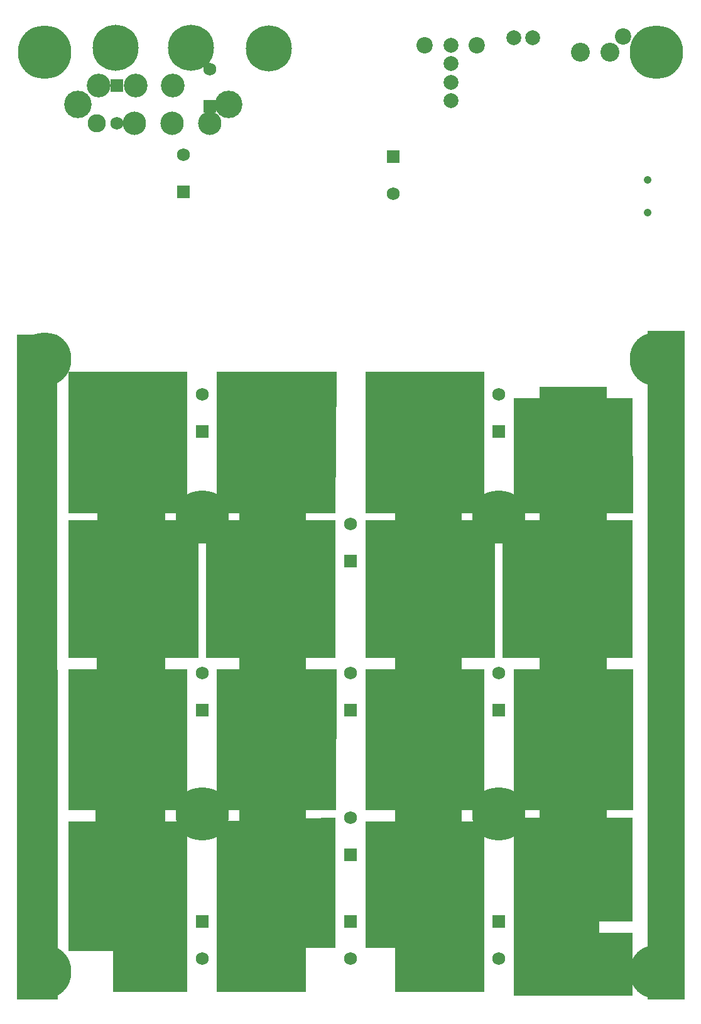
<source format=gbs>
%FSLAX44Y44*%
%MOMM*%
G71*
G01*
G75*
G04 Layer_Color=16711935*
G04:AMPARAMS|DCode=10|XSize=2.7mm|YSize=1.15mm|CornerRadius=0.2013mm|HoleSize=0mm|Usage=FLASHONLY|Rotation=90.000|XOffset=0mm|YOffset=0mm|HoleType=Round|Shape=RoundedRectangle|*
%AMROUNDEDRECTD10*
21,1,2.7000,0.7475,0,0,90.0*
21,1,2.2975,1.1500,0,0,90.0*
1,1,0.4025,0.3738,1.1487*
1,1,0.4025,0.3738,-1.1487*
1,1,0.4025,-0.3738,-1.1487*
1,1,0.4025,-0.3738,1.1487*
%
%ADD10ROUNDEDRECTD10*%
G04:AMPARAMS|DCode=11|XSize=2.7mm|YSize=1.15mm|CornerRadius=0.2013mm|HoleSize=0mm|Usage=FLASHONLY|Rotation=0.000|XOffset=0mm|YOffset=0mm|HoleType=Round|Shape=RoundedRectangle|*
%AMROUNDEDRECTD11*
21,1,2.7000,0.7475,0,0,0.0*
21,1,2.2975,1.1500,0,0,0.0*
1,1,0.4025,1.1487,-0.3738*
1,1,0.4025,-1.1487,-0.3738*
1,1,0.4025,-1.1487,0.3738*
1,1,0.4025,1.1487,0.3738*
%
%ADD11ROUNDEDRECTD11*%
%ADD12O,1.3500X0.5000*%
G04:AMPARAMS|DCode=13|XSize=1mm|YSize=0.9mm|CornerRadius=0.198mm|HoleSize=0mm|Usage=FLASHONLY|Rotation=180.000|XOffset=0mm|YOffset=0mm|HoleType=Round|Shape=RoundedRectangle|*
%AMROUNDEDRECTD13*
21,1,1.0000,0.5040,0,0,180.0*
21,1,0.6040,0.9000,0,0,180.0*
1,1,0.3960,-0.3020,0.2520*
1,1,0.3960,0.3020,0.2520*
1,1,0.3960,0.3020,-0.2520*
1,1,0.3960,-0.3020,-0.2520*
%
%ADD13ROUNDEDRECTD13*%
G04:AMPARAMS|DCode=14|XSize=1.45mm|YSize=1.15mm|CornerRadius=0.2013mm|HoleSize=0mm|Usage=FLASHONLY|Rotation=270.000|XOffset=0mm|YOffset=0mm|HoleType=Round|Shape=RoundedRectangle|*
%AMROUNDEDRECTD14*
21,1,1.4500,0.7475,0,0,270.0*
21,1,1.0475,1.1500,0,0,270.0*
1,1,0.4025,-0.3738,-0.5238*
1,1,0.4025,-0.3738,0.5238*
1,1,0.4025,0.3738,0.5238*
1,1,0.4025,0.3738,-0.5238*
%
%ADD14ROUNDEDRECTD14*%
%ADD15O,1.5500X0.6000*%
G04:AMPARAMS|DCode=16|XSize=1mm|YSize=0.95mm|CornerRadius=0.1995mm|HoleSize=0mm|Usage=FLASHONLY|Rotation=270.000|XOffset=0mm|YOffset=0mm|HoleType=Round|Shape=RoundedRectangle|*
%AMROUNDEDRECTD16*
21,1,1.0000,0.5510,0,0,270.0*
21,1,0.6010,0.9500,0,0,270.0*
1,1,0.3990,-0.2755,-0.3005*
1,1,0.3990,-0.2755,0.3005*
1,1,0.3990,0.2755,0.3005*
1,1,0.3990,0.2755,-0.3005*
%
%ADD16ROUNDEDRECTD16*%
G04:AMPARAMS|DCode=17|XSize=1mm|YSize=0.95mm|CornerRadius=0.1995mm|HoleSize=0mm|Usage=FLASHONLY|Rotation=180.000|XOffset=0mm|YOffset=0mm|HoleType=Round|Shape=RoundedRectangle|*
%AMROUNDEDRECTD17*
21,1,1.0000,0.5510,0,0,180.0*
21,1,0.6010,0.9500,0,0,180.0*
1,1,0.3990,-0.3005,0.2755*
1,1,0.3990,0.3005,0.2755*
1,1,0.3990,0.3005,-0.2755*
1,1,0.3990,-0.3005,-0.2755*
%
%ADD17ROUNDEDRECTD17*%
G04:AMPARAMS|DCode=18|XSize=1mm|YSize=0.9mm|CornerRadius=0.198mm|HoleSize=0mm|Usage=FLASHONLY|Rotation=270.000|XOffset=0mm|YOffset=0mm|HoleType=Round|Shape=RoundedRectangle|*
%AMROUNDEDRECTD18*
21,1,1.0000,0.5040,0,0,270.0*
21,1,0.6040,0.9000,0,0,270.0*
1,1,0.3960,-0.2520,-0.3020*
1,1,0.3960,-0.2520,0.3020*
1,1,0.3960,0.2520,0.3020*
1,1,0.3960,0.2520,-0.3020*
%
%ADD18ROUNDEDRECTD18*%
G04:AMPARAMS|DCode=19|XSize=1.45mm|YSize=1.15mm|CornerRadius=0.2013mm|HoleSize=0mm|Usage=FLASHONLY|Rotation=0.000|XOffset=0mm|YOffset=0mm|HoleType=Round|Shape=RoundedRectangle|*
%AMROUNDEDRECTD19*
21,1,1.4500,0.7475,0,0,0.0*
21,1,1.0475,1.1500,0,0,0.0*
1,1,0.4025,0.5238,-0.3738*
1,1,0.4025,-0.5238,-0.3738*
1,1,0.4025,-0.5238,0.3738*
1,1,0.4025,0.5238,0.3738*
%
%ADD19ROUNDEDRECTD19*%
%ADD20O,0.6000X1.5500*%
G04:AMPARAMS|DCode=21|XSize=1.05mm|YSize=0.65mm|CornerRadius=0.2015mm|HoleSize=0mm|Usage=FLASHONLY|Rotation=180.000|XOffset=0mm|YOffset=0mm|HoleType=Round|Shape=RoundedRectangle|*
%AMROUNDEDRECTD21*
21,1,1.0500,0.2470,0,0,180.0*
21,1,0.6470,0.6500,0,0,180.0*
1,1,0.4030,-0.3235,0.1235*
1,1,0.4030,0.3235,0.1235*
1,1,0.4030,0.3235,-0.1235*
1,1,0.4030,-0.3235,-0.1235*
%
%ADD21ROUNDEDRECTD21*%
G04:AMPARAMS|DCode=22|XSize=1.75mm|YSize=1.05mm|CornerRadius=0.1995mm|HoleSize=0mm|Usage=FLASHONLY|Rotation=270.000|XOffset=0mm|YOffset=0mm|HoleType=Round|Shape=RoundedRectangle|*
%AMROUNDEDRECTD22*
21,1,1.7500,0.6510,0,0,270.0*
21,1,1.3510,1.0500,0,0,270.0*
1,1,0.3990,-0.3255,-0.6755*
1,1,0.3990,-0.3255,0.6755*
1,1,0.3990,0.3255,0.6755*
1,1,0.3990,0.3255,-0.6755*
%
%ADD22ROUNDEDRECTD22*%
%ADD23O,0.5000X1.3500*%
G04:AMPARAMS|DCode=24|XSize=6.5mm|YSize=5mm|CornerRadius=0.25mm|HoleSize=0mm|Usage=FLASHONLY|Rotation=90.000|XOffset=0mm|YOffset=0mm|HoleType=Round|Shape=RoundedRectangle|*
%AMROUNDEDRECTD24*
21,1,6.5000,4.5000,0,0,90.0*
21,1,6.0000,5.0000,0,0,90.0*
1,1,0.5000,2.2500,3.0000*
1,1,0.5000,2.2500,-3.0000*
1,1,0.5000,-2.2500,-3.0000*
1,1,0.5000,-2.2500,3.0000*
%
%ADD24ROUNDEDRECTD24*%
%ADD25C,1.3000*%
%ADD26R,1.3000X1.3000*%
G04:AMPARAMS|DCode=27|XSize=4.9mm|YSize=1.6mm|CornerRadius=0.2mm|HoleSize=0mm|Usage=FLASHONLY|Rotation=180.000|XOffset=0mm|YOffset=0mm|HoleType=Round|Shape=RoundedRectangle|*
%AMROUNDEDRECTD27*
21,1,4.9000,1.2000,0,0,180.0*
21,1,4.5000,1.6000,0,0,180.0*
1,1,0.4000,-2.2500,0.6000*
1,1,0.4000,2.2500,0.6000*
1,1,0.4000,2.2500,-0.6000*
1,1,0.4000,-2.2500,-0.6000*
%
%ADD27ROUNDEDRECTD27*%
%ADD28O,1.5000X0.3000*%
%ADD29O,0.3000X1.5000*%
%ADD30C,1.0000*%
G04:AMPARAMS|DCode=31|XSize=1.1mm|YSize=0.6mm|CornerRadius=0.201mm|HoleSize=0mm|Usage=FLASHONLY|Rotation=270.000|XOffset=0mm|YOffset=0mm|HoleType=Round|Shape=RoundedRectangle|*
%AMROUNDEDRECTD31*
21,1,1.1000,0.1980,0,0,270.0*
21,1,0.6980,0.6000,0,0,270.0*
1,1,0.4020,-0.0990,-0.3490*
1,1,0.4020,-0.0990,0.3490*
1,1,0.4020,0.0990,0.3490*
1,1,0.4020,0.0990,-0.3490*
%
%ADD31ROUNDEDRECTD31*%
G04:AMPARAMS|DCode=32|XSize=2.5mm|YSize=2mm|CornerRadius=0.2mm|HoleSize=0mm|Usage=FLASHONLY|Rotation=180.000|XOffset=0mm|YOffset=0mm|HoleType=Round|Shape=RoundedRectangle|*
%AMROUNDEDRECTD32*
21,1,2.5000,1.6000,0,0,180.0*
21,1,2.1000,2.0000,0,0,180.0*
1,1,0.4000,-1.0500,0.8000*
1,1,0.4000,1.0500,0.8000*
1,1,0.4000,1.0500,-0.8000*
1,1,0.4000,-1.0500,-0.8000*
%
%ADD32ROUNDEDRECTD32*%
G04:AMPARAMS|DCode=33|XSize=2.3mm|YSize=0.5mm|CornerRadius=0.2mm|HoleSize=0mm|Usage=FLASHONLY|Rotation=180.000|XOffset=0mm|YOffset=0mm|HoleType=Round|Shape=RoundedRectangle|*
%AMROUNDEDRECTD33*
21,1,2.3000,0.1000,0,0,180.0*
21,1,1.9000,0.5000,0,0,180.0*
1,1,0.4000,-0.9500,0.0500*
1,1,0.4000,0.9500,0.0500*
1,1,0.4000,0.9500,-0.0500*
1,1,0.4000,-0.9500,-0.0500*
%
%ADD33ROUNDEDRECTD33*%
G04:AMPARAMS|DCode=34|XSize=1mm|YSize=0.45mm|CornerRadius=0.1125mm|HoleSize=0mm|Usage=FLASHONLY|Rotation=0.000|XOffset=0mm|YOffset=0mm|HoleType=Round|Shape=RoundedRectangle|*
%AMROUNDEDRECTD34*
21,1,1.0000,0.2250,0,0,0.0*
21,1,0.7750,0.4500,0,0,0.0*
1,1,0.2250,0.3875,-0.1125*
1,1,0.2250,-0.3875,-0.1125*
1,1,0.2250,-0.3875,0.1125*
1,1,0.2250,0.3875,0.1125*
%
%ADD34ROUNDEDRECTD34*%
G04:AMPARAMS|DCode=35|XSize=1.35mm|YSize=1.65mm|CornerRadius=0.27mm|HoleSize=0mm|Usage=FLASHONLY|Rotation=90.000|XOffset=0mm|YOffset=0mm|HoleType=Round|Shape=RoundedRectangle|*
%AMROUNDEDRECTD35*
21,1,1.3500,1.1100,0,0,90.0*
21,1,0.8100,1.6500,0,0,90.0*
1,1,0.5400,0.5550,0.4050*
1,1,0.5400,0.5550,-0.4050*
1,1,0.5400,-0.5550,-0.4050*
1,1,0.5400,-0.5550,0.4050*
%
%ADD35ROUNDEDRECTD35*%
G04:AMPARAMS|DCode=36|XSize=0.7mm|YSize=0.25mm|CornerRadius=0.0838mm|HoleSize=0mm|Usage=FLASHONLY|Rotation=0.000|XOffset=0mm|YOffset=0mm|HoleType=Round|Shape=RoundedRectangle|*
%AMROUNDEDRECTD36*
21,1,0.7000,0.0825,0,0,0.0*
21,1,0.5325,0.2500,0,0,0.0*
1,1,0.1675,0.2662,-0.0413*
1,1,0.1675,-0.2662,-0.0413*
1,1,0.1675,-0.2662,0.0413*
1,1,0.1675,0.2662,0.0413*
%
%ADD36ROUNDEDRECTD36*%
G04:AMPARAMS|DCode=37|XSize=3mm|YSize=1.65mm|CornerRadius=0.1073mm|HoleSize=0mm|Usage=FLASHONLY|Rotation=90.000|XOffset=0mm|YOffset=0mm|HoleType=Round|Shape=RoundedRectangle|*
%AMROUNDEDRECTD37*
21,1,3.0000,1.4355,0,0,90.0*
21,1,2.7855,1.6500,0,0,90.0*
1,1,0.2145,0.7178,1.3927*
1,1,0.2145,0.7178,-1.3927*
1,1,0.2145,-0.7178,-1.3927*
1,1,0.2145,-0.7178,1.3927*
%
%ADD37ROUNDEDRECTD37*%
G04:AMPARAMS|DCode=38|XSize=1.2mm|YSize=1.2mm|CornerRadius=0.198mm|HoleSize=0mm|Usage=FLASHONLY|Rotation=0.000|XOffset=0mm|YOffset=0mm|HoleType=Round|Shape=RoundedRectangle|*
%AMROUNDEDRECTD38*
21,1,1.2000,0.8040,0,0,0.0*
21,1,0.8040,1.2000,0,0,0.0*
1,1,0.3960,0.4020,-0.4020*
1,1,0.3960,-0.4020,-0.4020*
1,1,0.3960,-0.4020,0.4020*
1,1,0.3960,0.4020,0.4020*
%
%ADD38ROUNDEDRECTD38*%
G04:AMPARAMS|DCode=39|XSize=1.2mm|YSize=1.2mm|CornerRadius=0.198mm|HoleSize=0mm|Usage=FLASHONLY|Rotation=270.000|XOffset=0mm|YOffset=0mm|HoleType=Round|Shape=RoundedRectangle|*
%AMROUNDEDRECTD39*
21,1,1.2000,0.8040,0,0,270.0*
21,1,0.8040,1.2000,0,0,270.0*
1,1,0.3960,-0.4020,-0.4020*
1,1,0.3960,-0.4020,0.4020*
1,1,0.3960,0.4020,0.4020*
1,1,0.3960,0.4020,-0.4020*
%
%ADD39ROUNDEDRECTD39*%
G04:AMPARAMS|DCode=40|XSize=6.45mm|YSize=6mm|CornerRadius=0.21mm|HoleSize=0mm|Usage=FLASHONLY|Rotation=90.000|XOffset=0mm|YOffset=0mm|HoleType=Round|Shape=RoundedRectangle|*
%AMROUNDEDRECTD40*
21,1,6.4500,5.5800,0,0,90.0*
21,1,6.0300,6.0000,0,0,90.0*
1,1,0.4200,2.7900,3.0150*
1,1,0.4200,2.7900,-3.0150*
1,1,0.4200,-2.7900,-3.0150*
1,1,0.4200,-2.7900,3.0150*
%
%ADD40ROUNDEDRECTD40*%
G04:AMPARAMS|DCode=41|XSize=2.85mm|YSize=1mm|CornerRadius=0.2mm|HoleSize=0mm|Usage=FLASHONLY|Rotation=90.000|XOffset=0mm|YOffset=0mm|HoleType=Round|Shape=RoundedRectangle|*
%AMROUNDEDRECTD41*
21,1,2.8500,0.6000,0,0,90.0*
21,1,2.4500,1.0000,0,0,90.0*
1,1,0.4000,0.3000,1.2250*
1,1,0.4000,0.3000,-1.2250*
1,1,0.4000,-0.3000,-1.2250*
1,1,0.4000,-0.3000,1.2250*
%
%ADD41ROUNDEDRECTD41*%
G04:AMPARAMS|DCode=42|XSize=3.95mm|YSize=1.5mm|CornerRadius=0.2475mm|HoleSize=0mm|Usage=FLASHONLY|Rotation=90.000|XOffset=0mm|YOffset=0mm|HoleType=Round|Shape=RoundedRectangle|*
%AMROUNDEDRECTD42*
21,1,3.9500,1.0050,0,0,90.0*
21,1,3.4550,1.5000,0,0,90.0*
1,1,0.4950,0.5025,1.7275*
1,1,0.4950,0.5025,-1.7275*
1,1,0.4950,-0.5025,-1.7275*
1,1,0.4950,-0.5025,1.7275*
%
%ADD42ROUNDEDRECTD42*%
G04:AMPARAMS|DCode=43|XSize=6.4mm|YSize=10.5mm|CornerRadius=0.128mm|HoleSize=0mm|Usage=FLASHONLY|Rotation=90.000|XOffset=0mm|YOffset=0mm|HoleType=Round|Shape=RoundedRectangle|*
%AMROUNDEDRECTD43*
21,1,6.4000,10.2440,0,0,90.0*
21,1,6.1440,10.5000,0,0,90.0*
1,1,0.2560,5.1220,3.0720*
1,1,0.2560,5.1220,-3.0720*
1,1,0.2560,-5.1220,-3.0720*
1,1,0.2560,-5.1220,3.0720*
%
%ADD43ROUNDEDRECTD43*%
%ADD44C,0.6000*%
%ADD45C,0.4000*%
%ADD46O,0.2500X0.8500*%
%ADD47O,0.8500X0.2500*%
%ADD48C,0.5000*%
%ADD49C,0.6000*%
%ADD50C,0.2500*%
%ADD51C,0.3500*%
%ADD52C,0.8000*%
%ADD53C,0.4000*%
%ADD54C,0.2540*%
%ADD55C,1.0000*%
%ADD56C,0.4500*%
%ADD57C,0.5500*%
%ADD58C,0.3000*%
%ADD59C,1.6000*%
%ADD60R,1.6000X1.6000*%
%ADD61C,6.0000*%
%ADD62C,3.0000*%
%ADD63C,2.0000*%
%ADD64C,7.0000*%
%ADD65C,0.5000*%
%ADD66C,1.8500*%
%ADD67C,2.4000*%
%ADD68C,3.5000*%
%ADD69C,2.3000*%
%ADD70C,1.8000*%
%ADD71C,2.0000*%
%ADD72C,0.0000*%
G04:AMPARAMS|DCode=73|XSize=2.85mm|YSize=1.3mm|CornerRadius=0.2763mm|HoleSize=0mm|Usage=FLASHONLY|Rotation=90.000|XOffset=0mm|YOffset=0mm|HoleType=Round|Shape=RoundedRectangle|*
%AMROUNDEDRECTD73*
21,1,2.8500,0.7475,0,0,90.0*
21,1,2.2975,1.3000,0,0,90.0*
1,1,0.5525,0.3738,1.1487*
1,1,0.5525,0.3738,-1.1487*
1,1,0.5525,-0.3738,-1.1487*
1,1,0.5525,-0.3738,1.1487*
%
%ADD73ROUNDEDRECTD73*%
G04:AMPARAMS|DCode=74|XSize=2.85mm|YSize=1.3mm|CornerRadius=0.2763mm|HoleSize=0mm|Usage=FLASHONLY|Rotation=0.000|XOffset=0mm|YOffset=0mm|HoleType=Round|Shape=RoundedRectangle|*
%AMROUNDEDRECTD74*
21,1,2.8500,0.7475,0,0,0.0*
21,1,2.2975,1.3000,0,0,0.0*
1,1,0.5525,1.1487,-0.3738*
1,1,0.5525,-1.1487,-0.3738*
1,1,0.5525,-1.1487,0.3738*
1,1,0.5525,1.1487,0.3738*
%
%ADD74ROUNDEDRECTD74*%
%ADD75O,1.5000X0.6500*%
G04:AMPARAMS|DCode=76|XSize=1.15mm|YSize=1.05mm|CornerRadius=0.273mm|HoleSize=0mm|Usage=FLASHONLY|Rotation=180.000|XOffset=0mm|YOffset=0mm|HoleType=Round|Shape=RoundedRectangle|*
%AMROUNDEDRECTD76*
21,1,1.1500,0.5040,0,0,180.0*
21,1,0.6040,1.0500,0,0,180.0*
1,1,0.5460,-0.3020,0.2520*
1,1,0.5460,0.3020,0.2520*
1,1,0.5460,0.3020,-0.2520*
1,1,0.5460,-0.3020,-0.2520*
%
%ADD76ROUNDEDRECTD76*%
G04:AMPARAMS|DCode=77|XSize=1.6mm|YSize=1.3mm|CornerRadius=0.2763mm|HoleSize=0mm|Usage=FLASHONLY|Rotation=270.000|XOffset=0mm|YOffset=0mm|HoleType=Round|Shape=RoundedRectangle|*
%AMROUNDEDRECTD77*
21,1,1.6000,0.7475,0,0,270.0*
21,1,1.0475,1.3000,0,0,270.0*
1,1,0.5525,-0.3738,-0.5238*
1,1,0.5525,-0.3738,0.5238*
1,1,0.5525,0.3738,0.5238*
1,1,0.5525,0.3738,-0.5238*
%
%ADD77ROUNDEDRECTD77*%
%ADD78O,1.7000X0.7500*%
G04:AMPARAMS|DCode=79|XSize=1.15mm|YSize=1.1mm|CornerRadius=0.2745mm|HoleSize=0mm|Usage=FLASHONLY|Rotation=270.000|XOffset=0mm|YOffset=0mm|HoleType=Round|Shape=RoundedRectangle|*
%AMROUNDEDRECTD79*
21,1,1.1500,0.5510,0,0,270.0*
21,1,0.6010,1.1000,0,0,270.0*
1,1,0.5490,-0.2755,-0.3005*
1,1,0.5490,-0.2755,0.3005*
1,1,0.5490,0.2755,0.3005*
1,1,0.5490,0.2755,-0.3005*
%
%ADD79ROUNDEDRECTD79*%
G04:AMPARAMS|DCode=80|XSize=1.15mm|YSize=1.1mm|CornerRadius=0.2745mm|HoleSize=0mm|Usage=FLASHONLY|Rotation=180.000|XOffset=0mm|YOffset=0mm|HoleType=Round|Shape=RoundedRectangle|*
%AMROUNDEDRECTD80*
21,1,1.1500,0.5510,0,0,180.0*
21,1,0.6010,1.1000,0,0,180.0*
1,1,0.5490,-0.3005,0.2755*
1,1,0.5490,0.3005,0.2755*
1,1,0.5490,0.3005,-0.2755*
1,1,0.5490,-0.3005,-0.2755*
%
%ADD80ROUNDEDRECTD80*%
G04:AMPARAMS|DCode=81|XSize=1.15mm|YSize=1.05mm|CornerRadius=0.273mm|HoleSize=0mm|Usage=FLASHONLY|Rotation=270.000|XOffset=0mm|YOffset=0mm|HoleType=Round|Shape=RoundedRectangle|*
%AMROUNDEDRECTD81*
21,1,1.1500,0.5040,0,0,270.0*
21,1,0.6040,1.0500,0,0,270.0*
1,1,0.5460,-0.2520,-0.3020*
1,1,0.5460,-0.2520,0.3020*
1,1,0.5460,0.2520,0.3020*
1,1,0.5460,0.2520,-0.3020*
%
%ADD81ROUNDEDRECTD81*%
G04:AMPARAMS|DCode=82|XSize=1.6mm|YSize=1.3mm|CornerRadius=0.2763mm|HoleSize=0mm|Usage=FLASHONLY|Rotation=0.000|XOffset=0mm|YOffset=0mm|HoleType=Round|Shape=RoundedRectangle|*
%AMROUNDEDRECTD82*
21,1,1.6000,0.7475,0,0,0.0*
21,1,1.0475,1.3000,0,0,0.0*
1,1,0.5525,0.5238,-0.3738*
1,1,0.5525,-0.5238,-0.3738*
1,1,0.5525,-0.5238,0.3738*
1,1,0.5525,0.5238,0.3738*
%
%ADD82ROUNDEDRECTD82*%
%ADD83O,0.7500X1.7000*%
G04:AMPARAMS|DCode=84|XSize=1.2mm|YSize=0.8mm|CornerRadius=0.2765mm|HoleSize=0mm|Usage=FLASHONLY|Rotation=180.000|XOffset=0mm|YOffset=0mm|HoleType=Round|Shape=RoundedRectangle|*
%AMROUNDEDRECTD84*
21,1,1.2000,0.2470,0,0,180.0*
21,1,0.6470,0.8000,0,0,180.0*
1,1,0.5530,-0.3235,0.1235*
1,1,0.5530,0.3235,0.1235*
1,1,0.5530,0.3235,-0.1235*
1,1,0.5530,-0.3235,-0.1235*
%
%ADD84ROUNDEDRECTD84*%
G04:AMPARAMS|DCode=85|XSize=1.9mm|YSize=1.2mm|CornerRadius=0.2745mm|HoleSize=0mm|Usage=FLASHONLY|Rotation=270.000|XOffset=0mm|YOffset=0mm|HoleType=Round|Shape=RoundedRectangle|*
%AMROUNDEDRECTD85*
21,1,1.9000,0.6510,0,0,270.0*
21,1,1.3510,1.2000,0,0,270.0*
1,1,0.5490,-0.3255,-0.6755*
1,1,0.5490,-0.3255,0.6755*
1,1,0.5490,0.3255,0.6755*
1,1,0.5490,0.3255,-0.6755*
%
%ADD85ROUNDEDRECTD85*%
%ADD86O,0.6500X1.5000*%
G04:AMPARAMS|DCode=87|XSize=6.65mm|YSize=5.15mm|CornerRadius=0.325mm|HoleSize=0mm|Usage=FLASHONLY|Rotation=90.000|XOffset=0mm|YOffset=0mm|HoleType=Round|Shape=RoundedRectangle|*
%AMROUNDEDRECTD87*
21,1,6.6500,4.5000,0,0,90.0*
21,1,6.0000,5.1500,0,0,90.0*
1,1,0.6500,2.2500,3.0000*
1,1,0.6500,2.2500,-3.0000*
1,1,0.6500,-2.2500,-3.0000*
1,1,0.6500,-2.2500,3.0000*
%
%ADD87ROUNDEDRECTD87*%
%ADD88C,1.5000*%
%ADD89R,1.5000X1.5000*%
G04:AMPARAMS|DCode=90|XSize=5.05mm|YSize=1.75mm|CornerRadius=0.275mm|HoleSize=0mm|Usage=FLASHONLY|Rotation=180.000|XOffset=0mm|YOffset=0mm|HoleType=Round|Shape=RoundedRectangle|*
%AMROUNDEDRECTD90*
21,1,5.0500,1.2000,0,0,180.0*
21,1,4.5000,1.7500,0,0,180.0*
1,1,0.5500,-2.2500,0.6000*
1,1,0.5500,2.2500,0.6000*
1,1,0.5500,2.2500,-0.6000*
1,1,0.5500,-2.2500,-0.6000*
%
%ADD90ROUNDEDRECTD90*%
%ADD91O,1.6000X0.4000*%
%ADD92O,0.4000X1.6000*%
%ADD93C,2.0000*%
G04:AMPARAMS|DCode=94|XSize=1.25mm|YSize=0.75mm|CornerRadius=0.276mm|HoleSize=0mm|Usage=FLASHONLY|Rotation=270.000|XOffset=0mm|YOffset=0mm|HoleType=Round|Shape=RoundedRectangle|*
%AMROUNDEDRECTD94*
21,1,1.2500,0.1980,0,0,270.0*
21,1,0.6980,0.7500,0,0,270.0*
1,1,0.5520,-0.0990,-0.3490*
1,1,0.5520,-0.0990,0.3490*
1,1,0.5520,0.0990,0.3490*
1,1,0.5520,0.0990,-0.3490*
%
%ADD94ROUNDEDRECTD94*%
G04:AMPARAMS|DCode=95|XSize=2.65mm|YSize=2.15mm|CornerRadius=0.275mm|HoleSize=0mm|Usage=FLASHONLY|Rotation=180.000|XOffset=0mm|YOffset=0mm|HoleType=Round|Shape=RoundedRectangle|*
%AMROUNDEDRECTD95*
21,1,2.6500,1.6000,0,0,180.0*
21,1,2.1000,2.1500,0,0,180.0*
1,1,0.5500,-1.0500,0.8000*
1,1,0.5500,1.0500,0.8000*
1,1,0.5500,1.0500,-0.8000*
1,1,0.5500,-1.0500,-0.8000*
%
%ADD95ROUNDEDRECTD95*%
G04:AMPARAMS|DCode=96|XSize=2.45mm|YSize=0.65mm|CornerRadius=0.275mm|HoleSize=0mm|Usage=FLASHONLY|Rotation=180.000|XOffset=0mm|YOffset=0mm|HoleType=Round|Shape=RoundedRectangle|*
%AMROUNDEDRECTD96*
21,1,2.4500,0.1000,0,0,180.0*
21,1,1.9000,0.6500,0,0,180.0*
1,1,0.5500,-0.9500,0.0500*
1,1,0.5500,0.9500,0.0500*
1,1,0.5500,0.9500,-0.0500*
1,1,0.5500,-0.9500,-0.0500*
%
%ADD96ROUNDEDRECTD96*%
G04:AMPARAMS|DCode=97|XSize=1.1mm|YSize=0.55mm|CornerRadius=0.1625mm|HoleSize=0mm|Usage=FLASHONLY|Rotation=0.000|XOffset=0mm|YOffset=0mm|HoleType=Round|Shape=RoundedRectangle|*
%AMROUNDEDRECTD97*
21,1,1.1000,0.2250,0,0,0.0*
21,1,0.7750,0.5500,0,0,0.0*
1,1,0.3250,0.3875,-0.1125*
1,1,0.3250,-0.3875,-0.1125*
1,1,0.3250,-0.3875,0.1125*
1,1,0.3250,0.3875,0.1125*
%
%ADD97ROUNDEDRECTD97*%
G04:AMPARAMS|DCode=98|XSize=1.5mm|YSize=1.8mm|CornerRadius=0.345mm|HoleSize=0mm|Usage=FLASHONLY|Rotation=90.000|XOffset=0mm|YOffset=0mm|HoleType=Round|Shape=RoundedRectangle|*
%AMROUNDEDRECTD98*
21,1,1.5000,1.1100,0,0,90.0*
21,1,0.8100,1.8000,0,0,90.0*
1,1,0.6900,0.5550,0.4050*
1,1,0.6900,0.5550,-0.4050*
1,1,0.6900,-0.5550,-0.4050*
1,1,0.6900,-0.5550,0.4050*
%
%ADD98ROUNDEDRECTD98*%
G04:AMPARAMS|DCode=99|XSize=0.8mm|YSize=0.35mm|CornerRadius=0.1338mm|HoleSize=0mm|Usage=FLASHONLY|Rotation=0.000|XOffset=0mm|YOffset=0mm|HoleType=Round|Shape=RoundedRectangle|*
%AMROUNDEDRECTD99*
21,1,0.8000,0.0825,0,0,0.0*
21,1,0.5325,0.3500,0,0,0.0*
1,1,0.2675,0.2662,-0.0413*
1,1,0.2675,-0.2662,-0.0413*
1,1,0.2675,-0.2662,0.0413*
1,1,0.2675,0.2662,0.0413*
%
%ADD99ROUNDEDRECTD99*%
G04:AMPARAMS|DCode=100|XSize=3.15mm|YSize=1.8mm|CornerRadius=0.1823mm|HoleSize=0mm|Usage=FLASHONLY|Rotation=90.000|XOffset=0mm|YOffset=0mm|HoleType=Round|Shape=RoundedRectangle|*
%AMROUNDEDRECTD100*
21,1,3.1500,1.4355,0,0,90.0*
21,1,2.7855,1.8000,0,0,90.0*
1,1,0.3645,0.7178,1.3927*
1,1,0.3645,0.7178,-1.3927*
1,1,0.3645,-0.7178,-1.3927*
1,1,0.3645,-0.7178,1.3927*
%
%ADD100ROUNDEDRECTD100*%
G04:AMPARAMS|DCode=101|XSize=1.35mm|YSize=1.35mm|CornerRadius=0.273mm|HoleSize=0mm|Usage=FLASHONLY|Rotation=0.000|XOffset=0mm|YOffset=0mm|HoleType=Round|Shape=RoundedRectangle|*
%AMROUNDEDRECTD101*
21,1,1.3500,0.8040,0,0,0.0*
21,1,0.8040,1.3500,0,0,0.0*
1,1,0.5460,0.4020,-0.4020*
1,1,0.5460,-0.4020,-0.4020*
1,1,0.5460,-0.4020,0.4020*
1,1,0.5460,0.4020,0.4020*
%
%ADD101ROUNDEDRECTD101*%
G04:AMPARAMS|DCode=102|XSize=1.35mm|YSize=1.35mm|CornerRadius=0.273mm|HoleSize=0mm|Usage=FLASHONLY|Rotation=270.000|XOffset=0mm|YOffset=0mm|HoleType=Round|Shape=RoundedRectangle|*
%AMROUNDEDRECTD102*
21,1,1.3500,0.8040,0,0,270.0*
21,1,0.8040,1.3500,0,0,270.0*
1,1,0.5460,-0.4020,-0.4020*
1,1,0.5460,-0.4020,0.4020*
1,1,0.5460,0.4020,0.4020*
1,1,0.5460,0.4020,-0.4020*
%
%ADD102ROUNDEDRECTD102*%
G04:AMPARAMS|DCode=103|XSize=6.6mm|YSize=6.15mm|CornerRadius=0.285mm|HoleSize=0mm|Usage=FLASHONLY|Rotation=90.000|XOffset=0mm|YOffset=0mm|HoleType=Round|Shape=RoundedRectangle|*
%AMROUNDEDRECTD103*
21,1,6.6000,5.5800,0,0,90.0*
21,1,6.0300,6.1500,0,0,90.0*
1,1,0.5700,2.7900,3.0150*
1,1,0.5700,2.7900,-3.0150*
1,1,0.5700,-2.7900,-3.0150*
1,1,0.5700,-2.7900,3.0150*
%
%ADD103ROUNDEDRECTD103*%
G04:AMPARAMS|DCode=104|XSize=3mm|YSize=1.15mm|CornerRadius=0.275mm|HoleSize=0mm|Usage=FLASHONLY|Rotation=90.000|XOffset=0mm|YOffset=0mm|HoleType=Round|Shape=RoundedRectangle|*
%AMROUNDEDRECTD104*
21,1,3.0000,0.6000,0,0,90.0*
21,1,2.4500,1.1500,0,0,90.0*
1,1,0.5500,0.3000,1.2250*
1,1,0.5500,0.3000,-1.2250*
1,1,0.5500,-0.3000,-1.2250*
1,1,0.5500,-0.3000,1.2250*
%
%ADD104ROUNDEDRECTD104*%
G04:AMPARAMS|DCode=105|XSize=4.1mm|YSize=1.65mm|CornerRadius=0.3225mm|HoleSize=0mm|Usage=FLASHONLY|Rotation=90.000|XOffset=0mm|YOffset=0mm|HoleType=Round|Shape=RoundedRectangle|*
%AMROUNDEDRECTD105*
21,1,4.1000,1.0050,0,0,90.0*
21,1,3.4550,1.6500,0,0,90.0*
1,1,0.6450,0.5025,1.7275*
1,1,0.6450,0.5025,-1.7275*
1,1,0.6450,-0.5025,-1.7275*
1,1,0.6450,-0.5025,1.7275*
%
%ADD105ROUNDEDRECTD105*%
G04:AMPARAMS|DCode=106|XSize=6.55mm|YSize=10.65mm|CornerRadius=0.203mm|HoleSize=0mm|Usage=FLASHONLY|Rotation=90.000|XOffset=0mm|YOffset=0mm|HoleType=Round|Shape=RoundedRectangle|*
%AMROUNDEDRECTD106*
21,1,6.5500,10.2440,0,0,90.0*
21,1,6.1440,10.6500,0,0,90.0*
1,1,0.4060,5.1220,3.0720*
1,1,0.4060,5.1220,-3.0720*
1,1,0.4060,-5.1220,-3.0720*
1,1,0.4060,-5.1220,3.0720*
%
%ADD106ROUNDEDRECTD106*%
%ADD107C,0.8000*%
%ADD108O,0.4500X1.0500*%
%ADD109O,1.0500X0.4500*%
%ADD110C,1.7500*%
%ADD111R,1.7500X1.7500*%
%ADD112C,6.2000*%
%ADD113C,3.2000*%
%ADD114C,2.2000*%
%ADD115C,7.2000*%
%ADD116C,1.0500*%
%ADD117C,2.5500*%
%ADD118C,3.7000*%
%ADD119C,3.1500*%
%ADD120C,2.4500*%
G36*
X345000Y360000D02*
X380000D01*
X380783Y205000D01*
X345000D01*
Y195000D01*
X380000D01*
X380000Y10000D01*
X345000D01*
Y-5000D01*
X381183D01*
X380783Y-195000D01*
X345000D01*
Y-205000D01*
X380000D01*
X380000Y-345000D01*
X335000D01*
X335000Y-360000D01*
X380000D01*
Y-445000D01*
X220000D01*
Y-205000D01*
X255000D01*
Y-195000D01*
X220000D01*
Y-5000D01*
X255000D01*
Y10000D01*
X205000D01*
X205000Y195000D01*
X255000D01*
Y205000D01*
X220000D01*
Y360000D01*
X255000D01*
Y375000D01*
X345000D01*
Y360000D01*
D02*
G37*
G36*
X450000Y-450000D02*
X400000D01*
Y450000D01*
X450000Y450000D01*
Y-450000D01*
D02*
G37*
G36*
X-395000D02*
X-450000D01*
Y445000D01*
X-420000D01*
X-395049Y445000D01*
X-395000Y-450000D01*
D02*
G37*
G36*
X180000Y395000D02*
Y205000D01*
X150000D01*
Y195000D01*
X195000D01*
X195000Y10000D01*
X150000D01*
Y-5000D01*
X180000D01*
Y-195000D01*
X150000D01*
Y-210000D01*
X180000D01*
Y-440000D01*
X60000D01*
Y-430000D01*
Y-380000D01*
X20000D01*
Y-210000D01*
X60000D01*
Y-195000D01*
X20000D01*
Y-5000D01*
X60000D01*
Y10000D01*
X20000D01*
Y195000D01*
X60000D01*
Y205000D01*
X20000D01*
Y395000D01*
X180000Y395000D01*
D02*
G37*
G36*
X-220000D02*
Y205000D01*
X-250000D01*
Y195000D01*
X-205000D01*
X-205000Y10000D01*
X-250000D01*
Y-5000D01*
X-220000D01*
Y-195000D01*
X-250000D01*
Y-210000D01*
X-220000D01*
Y-440000D01*
X-320000D01*
X-320000Y-385000D01*
X-380000D01*
Y-210000D01*
X-343881D01*
X-343783Y-195000D01*
X-380000D01*
Y-5000D01*
X-342533D01*
X-342434Y10000D01*
X-380000D01*
Y195000D01*
X-341217D01*
X-341151Y205000D01*
X-380000D01*
Y395000D01*
X-220000Y395000D01*
D02*
G37*
G36*
X-20000Y205000D02*
X-60000D01*
Y195000D01*
X-20000D01*
X-20000Y10000D01*
X-60000D01*
Y-5000D01*
X-18817D01*
X-19217Y-195000D01*
X-60000D01*
Y-206250D01*
X-20000Y-205000D01*
X-20000Y-380000D01*
X-60000D01*
Y-430000D01*
Y-440000D01*
X-180000D01*
Y-210000D01*
X-150000Y-209062D01*
Y-195000D01*
X-180000D01*
Y-5000D01*
X-150000D01*
Y10000D01*
X-195000D01*
Y195000D01*
X-150000D01*
Y205000D01*
X-180000D01*
Y395000D01*
X-18817Y395000D01*
X-20000Y205000D01*
D02*
G37*
D63*
X220000Y845000D02*
D03*
X245400D02*
D03*
X135000Y835000D02*
D03*
Y810000D02*
D03*
Y785000D02*
D03*
Y760000D02*
D03*
D107*
X318750Y281345D02*
D03*
X311147Y281199D02*
D03*
X303655D02*
D03*
X296199Y281147D02*
D03*
X288655Y281199D02*
D03*
X281147Y281147D02*
D03*
X281199Y288655D02*
D03*
X288706Y288706D02*
D03*
X296250Y288655D02*
D03*
X303706Y288706D02*
D03*
X311199D02*
D03*
X318801Y288853D02*
D03*
X281199Y295949D02*
D03*
X288706Y296000D02*
D03*
X296250Y295949D02*
D03*
X303706Y296000D02*
D03*
X311199D02*
D03*
X318801Y296147D02*
D03*
X281199Y303655D02*
D03*
X288706Y303706D02*
D03*
X296250Y303655D02*
D03*
X303706Y303706D02*
D03*
X311199D02*
D03*
X318801Y303853D02*
D03*
X281199Y311147D02*
D03*
X288706Y311199D02*
D03*
X296250Y311147D02*
D03*
X303706Y311199D02*
D03*
X311199D02*
D03*
X318801Y311345D02*
D03*
X281199Y318655D02*
D03*
X288706Y318706D02*
D03*
X296250Y318655D02*
D03*
X303706Y318706D02*
D03*
X311199D02*
D03*
X318801Y318853D02*
D03*
Y118853D02*
D03*
X311199Y118706D02*
D03*
X303706D02*
D03*
X296250Y118655D02*
D03*
X288706Y118706D02*
D03*
X281199Y118655D02*
D03*
X318801Y111345D02*
D03*
X311199Y111199D02*
D03*
X303706D02*
D03*
X296250Y111147D02*
D03*
X288706Y111199D02*
D03*
X281199Y111147D02*
D03*
X318801Y103853D02*
D03*
X311199Y103706D02*
D03*
X303706D02*
D03*
X296250Y103655D02*
D03*
X288706Y103706D02*
D03*
X281199Y103655D02*
D03*
X318801Y96147D02*
D03*
X311199Y96000D02*
D03*
X303706D02*
D03*
X296250Y95949D02*
D03*
X288706Y96000D02*
D03*
X281199Y95949D02*
D03*
X318801Y88853D02*
D03*
X311199Y88706D02*
D03*
X303706D02*
D03*
X296250Y88655D02*
D03*
X288706Y88706D02*
D03*
X281199Y88655D02*
D03*
X281147Y81147D02*
D03*
X288655Y81199D02*
D03*
X296199Y81147D02*
D03*
X303655Y81199D02*
D03*
X311147D02*
D03*
X318750Y81345D02*
D03*
Y-118655D02*
D03*
X311147Y-118801D02*
D03*
X303655D02*
D03*
X296199Y-118853D02*
D03*
X288655Y-118801D02*
D03*
X281147Y-118853D02*
D03*
X281199Y-111345D02*
D03*
X288706Y-111294D02*
D03*
X296250Y-111345D02*
D03*
X303706Y-111294D02*
D03*
X311199D02*
D03*
X318801Y-111147D02*
D03*
X281199Y-104051D02*
D03*
X288706Y-104000D02*
D03*
X296250Y-104051D02*
D03*
X303706Y-104000D02*
D03*
X311199D02*
D03*
X318801Y-103853D02*
D03*
X281199Y-96345D02*
D03*
X288706Y-96294D02*
D03*
X296250Y-96345D02*
D03*
X303706Y-96294D02*
D03*
X311199D02*
D03*
X318801Y-96147D02*
D03*
X281199Y-88853D02*
D03*
X288706Y-88801D02*
D03*
X296250Y-88853D02*
D03*
X303706Y-88801D02*
D03*
X311199D02*
D03*
X318801Y-88655D02*
D03*
X281199Y-81345D02*
D03*
X288706Y-81294D02*
D03*
X296250Y-81345D02*
D03*
X303706Y-81294D02*
D03*
X311199D02*
D03*
X318801Y-81147D02*
D03*
Y-281147D02*
D03*
X311199Y-281294D02*
D03*
X303706D02*
D03*
X296250Y-281345D02*
D03*
X288706Y-281294D02*
D03*
X281199Y-281345D02*
D03*
X318801Y-288655D02*
D03*
X311199Y-288801D02*
D03*
X303706D02*
D03*
X296250Y-288853D02*
D03*
X288706Y-288801D02*
D03*
X281199Y-288853D02*
D03*
X318801Y-296147D02*
D03*
X311199Y-296294D02*
D03*
X303706D02*
D03*
X296250Y-296345D02*
D03*
X288706Y-296294D02*
D03*
X281199Y-296345D02*
D03*
X318801Y-303853D02*
D03*
X311199Y-304000D02*
D03*
X303706D02*
D03*
X296250Y-304051D02*
D03*
X288706Y-304000D02*
D03*
X281199Y-304051D02*
D03*
X318801Y-311147D02*
D03*
X311199Y-311294D02*
D03*
X303706D02*
D03*
X296250Y-311345D02*
D03*
X288706Y-311294D02*
D03*
X281199Y-311345D02*
D03*
X281147Y-318853D02*
D03*
X288655Y-318801D02*
D03*
X296199Y-318853D02*
D03*
X303655Y-318801D02*
D03*
X311147D02*
D03*
X318750Y-318655D02*
D03*
X81250Y-281345D02*
D03*
X88853Y-281199D02*
D03*
X96345D02*
D03*
X103801Y-281147D02*
D03*
X111345Y-281199D02*
D03*
X118853Y-281147D02*
D03*
X118801Y-288655D02*
D03*
X111294Y-288706D02*
D03*
X103750Y-288655D02*
D03*
X96294Y-288706D02*
D03*
X88801D02*
D03*
X81199Y-288853D02*
D03*
X118801Y-295949D02*
D03*
X111294Y-296000D02*
D03*
X103750Y-295949D02*
D03*
X96294Y-296000D02*
D03*
X88801D02*
D03*
X81199Y-296147D02*
D03*
X118801Y-303655D02*
D03*
X111294Y-303706D02*
D03*
X103750Y-303655D02*
D03*
X96294Y-303706D02*
D03*
X88801D02*
D03*
X81199Y-303853D02*
D03*
X118801Y-311147D02*
D03*
X111294Y-311199D02*
D03*
X103750Y-311147D02*
D03*
X96294Y-311199D02*
D03*
X88801D02*
D03*
X81199Y-311345D02*
D03*
X118801Y-318655D02*
D03*
X111294Y-318706D02*
D03*
X103750Y-318655D02*
D03*
X96294Y-318706D02*
D03*
X88801D02*
D03*
X81199Y-318853D02*
D03*
Y-118853D02*
D03*
X88801Y-118706D02*
D03*
X96294D02*
D03*
X103750Y-118655D02*
D03*
X111294Y-118706D02*
D03*
X118801Y-118655D02*
D03*
X81199Y-111345D02*
D03*
X88801Y-111199D02*
D03*
X96294D02*
D03*
X103750Y-111147D02*
D03*
X111294Y-111199D02*
D03*
X118801Y-111147D02*
D03*
X81199Y-103853D02*
D03*
X88801Y-103706D02*
D03*
X96294D02*
D03*
X103750Y-103655D02*
D03*
X111294Y-103706D02*
D03*
X118801Y-103655D02*
D03*
X81199Y-96147D02*
D03*
X88801Y-96000D02*
D03*
X96294D02*
D03*
X103750Y-95949D02*
D03*
X111294Y-96000D02*
D03*
X118801Y-95949D02*
D03*
X81199Y-88853D02*
D03*
X88801Y-88706D02*
D03*
X96294D02*
D03*
X103750Y-88655D02*
D03*
X111294Y-88706D02*
D03*
X118801Y-88655D02*
D03*
X118853Y-81147D02*
D03*
X111345Y-81199D02*
D03*
X103801Y-81147D02*
D03*
X96345Y-81199D02*
D03*
X88853D02*
D03*
X81250Y-81345D02*
D03*
Y118655D02*
D03*
X88853Y118801D02*
D03*
X96345D02*
D03*
X103801Y118853D02*
D03*
X111345Y118801D02*
D03*
X118853Y118853D02*
D03*
X118801Y111345D02*
D03*
X111294Y111294D02*
D03*
X103750Y111345D02*
D03*
X96294Y111294D02*
D03*
X88801D02*
D03*
X81199Y111147D02*
D03*
X118801Y104051D02*
D03*
X111294Y104000D02*
D03*
X103750Y104051D02*
D03*
X96294Y104000D02*
D03*
X88801D02*
D03*
X81199Y103853D02*
D03*
X118801Y96345D02*
D03*
X111294Y96294D02*
D03*
X103750Y96345D02*
D03*
X96294Y96294D02*
D03*
X88801D02*
D03*
X81199Y96147D02*
D03*
X118801Y88853D02*
D03*
X111294Y88801D02*
D03*
X103750Y88853D02*
D03*
X96294Y88801D02*
D03*
X88801D02*
D03*
X81199Y88655D02*
D03*
X118801Y81345D02*
D03*
X111294Y81294D02*
D03*
X103750Y81345D02*
D03*
X96294Y81294D02*
D03*
X88801D02*
D03*
X81199Y81147D02*
D03*
Y281147D02*
D03*
X88801Y281294D02*
D03*
X96294D02*
D03*
X103750Y281345D02*
D03*
X111294Y281294D02*
D03*
X118801Y281345D02*
D03*
X81199Y288655D02*
D03*
X88801Y288801D02*
D03*
X96294D02*
D03*
X103750Y288853D02*
D03*
X111294Y288801D02*
D03*
X118801Y288853D02*
D03*
X81199Y296147D02*
D03*
X88801Y296294D02*
D03*
X96294D02*
D03*
X103750Y296345D02*
D03*
X111294Y296294D02*
D03*
X118801Y296345D02*
D03*
X81199Y303853D02*
D03*
X88801Y304000D02*
D03*
X96294D02*
D03*
X103750Y304051D02*
D03*
X111294Y304000D02*
D03*
X118801Y304051D02*
D03*
X81199Y311147D02*
D03*
X88801Y311294D02*
D03*
X96294D02*
D03*
X103750Y311345D02*
D03*
X111294Y311294D02*
D03*
X118801Y311345D02*
D03*
X118853Y318853D02*
D03*
X111345Y318801D02*
D03*
X103801Y318853D02*
D03*
X96345Y318801D02*
D03*
X88853D02*
D03*
X81250Y318655D02*
D03*
X-81250Y281345D02*
D03*
X-88853Y281199D02*
D03*
X-96345D02*
D03*
X-103801Y281147D02*
D03*
X-111345Y281199D02*
D03*
X-118853Y281147D02*
D03*
X-118801Y288655D02*
D03*
X-111294Y288706D02*
D03*
X-103750Y288655D02*
D03*
X-96294Y288706D02*
D03*
X-88801D02*
D03*
X-81199Y288853D02*
D03*
X-118801Y295949D02*
D03*
X-111294Y296000D02*
D03*
X-103750Y295949D02*
D03*
X-96294Y296000D02*
D03*
X-88801D02*
D03*
X-81199Y296147D02*
D03*
X-118801Y303655D02*
D03*
X-111294Y303706D02*
D03*
X-103750Y303655D02*
D03*
X-96294Y303706D02*
D03*
X-88801D02*
D03*
X-81199Y303853D02*
D03*
X-118801Y311147D02*
D03*
X-111294Y311199D02*
D03*
X-103750Y311147D02*
D03*
X-96294Y311199D02*
D03*
X-88801D02*
D03*
X-81199Y311345D02*
D03*
X-118801Y318655D02*
D03*
X-111294Y318706D02*
D03*
X-103750Y318655D02*
D03*
X-96294Y318706D02*
D03*
X-88801D02*
D03*
X-81199Y318853D02*
D03*
Y118853D02*
D03*
X-88801Y118706D02*
D03*
X-96294D02*
D03*
X-103750Y118655D02*
D03*
X-111294Y118706D02*
D03*
X-118801Y118655D02*
D03*
X-81199Y111345D02*
D03*
X-88801Y111199D02*
D03*
X-96294D02*
D03*
X-103750Y111147D02*
D03*
X-111294Y111199D02*
D03*
X-118801Y111147D02*
D03*
X-81199Y103853D02*
D03*
X-88801Y103706D02*
D03*
X-96294D02*
D03*
X-103750Y103655D02*
D03*
X-111294Y103706D02*
D03*
X-118801Y103655D02*
D03*
X-81199Y96147D02*
D03*
X-88801Y96000D02*
D03*
X-96294D02*
D03*
X-103750Y95949D02*
D03*
X-111294Y96000D02*
D03*
X-118801Y95949D02*
D03*
X-81199Y88853D02*
D03*
X-88801Y88706D02*
D03*
X-96294D02*
D03*
X-103750Y88655D02*
D03*
X-111294Y88706D02*
D03*
X-118801Y88655D02*
D03*
X-118853Y81147D02*
D03*
X-111345Y81199D02*
D03*
X-103801Y81147D02*
D03*
X-96345Y81199D02*
D03*
X-88853D02*
D03*
X-81250Y81345D02*
D03*
Y-118655D02*
D03*
X-88853Y-118801D02*
D03*
X-96345D02*
D03*
X-103801Y-118853D02*
D03*
X-111345Y-118801D02*
D03*
X-118853Y-118853D02*
D03*
X-118801Y-111345D02*
D03*
X-111294Y-111294D02*
D03*
X-103750Y-111345D02*
D03*
X-96294Y-111294D02*
D03*
X-88801D02*
D03*
X-81199Y-111147D02*
D03*
X-118801Y-104051D02*
D03*
X-111294Y-104000D02*
D03*
X-103750Y-104051D02*
D03*
X-96294Y-104000D02*
D03*
X-88801D02*
D03*
X-81199Y-103853D02*
D03*
X-118801Y-96345D02*
D03*
X-111294Y-96294D02*
D03*
X-103750Y-96345D02*
D03*
X-96294Y-96294D02*
D03*
X-88801D02*
D03*
X-81199Y-96147D02*
D03*
X-118801Y-88853D02*
D03*
X-111294Y-88801D02*
D03*
X-103750Y-88853D02*
D03*
X-96294Y-88801D02*
D03*
X-88801D02*
D03*
X-81199Y-88655D02*
D03*
X-118801Y-81345D02*
D03*
X-111294Y-81294D02*
D03*
X-103750Y-81345D02*
D03*
X-96294Y-81294D02*
D03*
X-88801D02*
D03*
X-81199Y-81147D02*
D03*
Y-281147D02*
D03*
X-88801Y-281294D02*
D03*
X-96294D02*
D03*
X-103750Y-281345D02*
D03*
X-111294Y-281294D02*
D03*
X-118801Y-281345D02*
D03*
X-81199Y-288655D02*
D03*
X-88801Y-288801D02*
D03*
X-96294D02*
D03*
X-103750Y-288853D02*
D03*
X-111294Y-288801D02*
D03*
X-118801Y-288853D02*
D03*
X-81199Y-296147D02*
D03*
X-88801Y-296294D02*
D03*
X-96294D02*
D03*
X-103750Y-296345D02*
D03*
X-111294Y-296294D02*
D03*
X-118801Y-296345D02*
D03*
X-81199Y-303853D02*
D03*
X-88801Y-304000D02*
D03*
X-96294D02*
D03*
X-103750Y-304051D02*
D03*
X-111294Y-304000D02*
D03*
X-118801Y-304051D02*
D03*
X-81199Y-311147D02*
D03*
X-88801Y-311294D02*
D03*
X-96294D02*
D03*
X-103750Y-311345D02*
D03*
X-111294Y-311294D02*
D03*
X-118801Y-311345D02*
D03*
X-118853Y-318853D02*
D03*
X-111345Y-318801D02*
D03*
X-103801Y-318853D02*
D03*
X-96345Y-318801D02*
D03*
X-88853D02*
D03*
X-81250Y-318655D02*
D03*
X-318750Y-281345D02*
D03*
X-311147Y-281199D02*
D03*
X-303655D02*
D03*
X-296199Y-281147D02*
D03*
X-288655Y-281199D02*
D03*
X-281147Y-281147D02*
D03*
X-281199Y-288655D02*
D03*
X-288706Y-288706D02*
D03*
X-296250Y-288655D02*
D03*
X-303706Y-288706D02*
D03*
X-311199D02*
D03*
X-318801Y-288853D02*
D03*
X-281199Y-295949D02*
D03*
X-288706Y-296000D02*
D03*
X-296250Y-295949D02*
D03*
X-303706Y-296000D02*
D03*
X-311199D02*
D03*
X-318801Y-296147D02*
D03*
X-281199Y-303655D02*
D03*
X-288706Y-303706D02*
D03*
X-296250Y-303655D02*
D03*
X-303706Y-303706D02*
D03*
X-311199D02*
D03*
X-318801Y-303853D02*
D03*
X-281199Y-311147D02*
D03*
X-288706Y-311199D02*
D03*
X-296250Y-311147D02*
D03*
X-303706Y-311199D02*
D03*
X-311199D02*
D03*
X-318801Y-311345D02*
D03*
X-281199Y-318655D02*
D03*
X-288706Y-318706D02*
D03*
X-296250Y-318655D02*
D03*
X-303706Y-318706D02*
D03*
X-311199D02*
D03*
X-318801Y-318853D02*
D03*
Y-118853D02*
D03*
X-311199Y-118706D02*
D03*
X-303706D02*
D03*
X-296250Y-118655D02*
D03*
X-288706Y-118706D02*
D03*
X-281199Y-118655D02*
D03*
X-318801Y-111345D02*
D03*
X-311199Y-111199D02*
D03*
X-303706D02*
D03*
X-296250Y-111147D02*
D03*
X-288706Y-111199D02*
D03*
X-281199Y-111147D02*
D03*
X-318801Y-103853D02*
D03*
X-311199Y-103706D02*
D03*
X-303706D02*
D03*
X-296250Y-103655D02*
D03*
X-288706Y-103706D02*
D03*
X-281199Y-103655D02*
D03*
X-318801Y-96147D02*
D03*
X-311199Y-96000D02*
D03*
X-303706D02*
D03*
X-296250Y-95949D02*
D03*
X-288706Y-96000D02*
D03*
X-281199Y-95949D02*
D03*
X-318801Y-88853D02*
D03*
X-311199Y-88706D02*
D03*
X-303706D02*
D03*
X-296250Y-88655D02*
D03*
X-288706Y-88706D02*
D03*
X-281199Y-88655D02*
D03*
X-281147Y-81147D02*
D03*
X-288655Y-81199D02*
D03*
X-296199Y-81147D02*
D03*
X-303655Y-81199D02*
D03*
X-311147D02*
D03*
X-318750Y-81345D02*
D03*
Y118655D02*
D03*
X-311147Y118801D02*
D03*
X-303655D02*
D03*
X-296199Y118853D02*
D03*
X-288655Y118801D02*
D03*
X-281147Y118853D02*
D03*
X-281199Y111345D02*
D03*
X-288706Y111294D02*
D03*
X-296250Y111345D02*
D03*
X-303706Y111294D02*
D03*
X-311199D02*
D03*
X-318801Y111147D02*
D03*
X-281199Y104051D02*
D03*
X-288706Y104000D02*
D03*
X-296250Y104051D02*
D03*
X-303706Y104000D02*
D03*
X-311199D02*
D03*
X-318801Y103853D02*
D03*
X-281199Y96345D02*
D03*
X-288706Y96294D02*
D03*
X-296250Y96345D02*
D03*
X-303706Y96294D02*
D03*
X-311199D02*
D03*
X-318801Y96147D02*
D03*
X-281199Y88853D02*
D03*
X-288706Y88801D02*
D03*
X-296250Y88853D02*
D03*
X-303706Y88801D02*
D03*
X-311199D02*
D03*
X-318801Y88655D02*
D03*
X-281199Y81345D02*
D03*
X-288706Y81294D02*
D03*
X-296250Y81345D02*
D03*
X-303706Y81294D02*
D03*
X-311199D02*
D03*
X-318801Y81147D02*
D03*
Y281147D02*
D03*
X-311199Y281294D02*
D03*
X-303706D02*
D03*
X-296250Y281345D02*
D03*
X-288706Y281294D02*
D03*
X-281199Y281345D02*
D03*
X-318801Y288655D02*
D03*
X-311199Y288801D02*
D03*
X-303706D02*
D03*
X-296250Y288853D02*
D03*
X-288706Y288801D02*
D03*
X-281199Y288853D02*
D03*
X-318801Y296147D02*
D03*
X-311199Y296294D02*
D03*
X-303706D02*
D03*
X-296250Y296345D02*
D03*
X-288706Y296294D02*
D03*
X-281199Y296345D02*
D03*
X-318801Y303853D02*
D03*
X-311199Y304000D02*
D03*
X-303706D02*
D03*
X-296250Y304051D02*
D03*
X-288706Y304000D02*
D03*
X-281199Y304051D02*
D03*
X-318801Y311147D02*
D03*
X-311199Y311294D02*
D03*
X-303706D02*
D03*
X-296250Y311345D02*
D03*
X-288706Y311294D02*
D03*
X-281199Y311345D02*
D03*
X-281147Y318853D02*
D03*
X-288655Y318801D02*
D03*
X-296199Y318853D02*
D03*
X-303655Y318801D02*
D03*
X-311147D02*
D03*
X-318750Y318655D02*
D03*
D110*
X-315000Y730000D02*
D03*
X-225000Y687500D02*
D03*
X0Y-10000D02*
D03*
Y190000D02*
D03*
X57500Y635000D02*
D03*
X-190000Y802500D02*
D03*
X200000Y-395000D02*
D03*
Y365000D02*
D03*
X-200000Y-395000D02*
D03*
Y365000D02*
D03*
Y-10000D02*
D03*
X200000D02*
D03*
X0Y-205000D02*
D03*
Y-395000D02*
D03*
D111*
X-315000Y780000D02*
D03*
X-225000Y637500D02*
D03*
X0Y-60000D02*
D03*
Y140000D02*
D03*
X57500Y685000D02*
D03*
X-190000Y752500D02*
D03*
X200000Y-345000D02*
D03*
Y315000D02*
D03*
X-200000Y-345000D02*
D03*
Y315000D02*
D03*
Y-60000D02*
D03*
X200000D02*
D03*
X0Y-255000D02*
D03*
Y-345000D02*
D03*
D112*
X-110000Y830000D02*
D03*
X-215400Y831600D02*
D03*
X-317000D02*
D03*
D113*
X-340000Y780000D02*
D03*
X-290000D02*
D03*
X-240000D02*
D03*
D114*
X170000Y835000D02*
D03*
X100000D02*
D03*
X367500Y846422D02*
D03*
D115*
X-200000Y200000D02*
D03*
Y-200000D02*
D03*
X200000Y200000D02*
D03*
Y-200000D02*
D03*
X-412500Y412500D02*
D03*
X412500D02*
D03*
X-412500Y-412500D02*
D03*
X412500D02*
D03*
X-412500Y825000D02*
D03*
X412500D02*
D03*
D116*
X400000Y653000D02*
D03*
Y609000D02*
D03*
D117*
X310000Y825000D02*
D03*
X349600D02*
D03*
D118*
X-367800Y755400D02*
D03*
X-164600D02*
D03*
D119*
X-190000Y730000D02*
D03*
X-240800D02*
D03*
X-291600D02*
D03*
D120*
X-342400D02*
D03*
M02*

</source>
